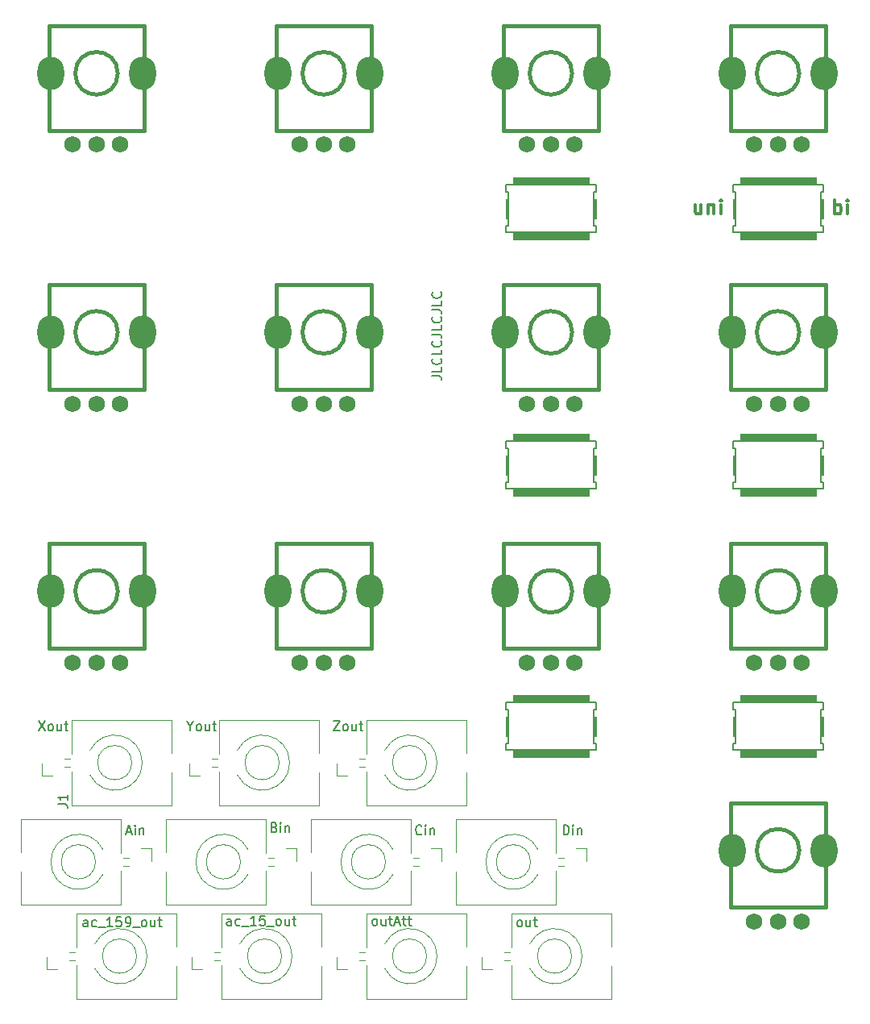
<source format=gto>
G04 #@! TF.GenerationSoftware,KiCad,Pcbnew,(6.0.0)*
G04 #@! TF.CreationDate,2022-02-23T18:40:55+01:00*
G04 #@! TF.ProjectId,ad633muliply,61643633-336d-4756-9c69-706c792e6b69,rev?*
G04 #@! TF.SameCoordinates,Original*
G04 #@! TF.FileFunction,Legend,Top*
G04 #@! TF.FilePolarity,Positive*
%FSLAX46Y46*%
G04 Gerber Fmt 4.6, Leading zero omitted, Abs format (unit mm)*
G04 Created by KiCad (PCBNEW (6.0.0)) date 2022-02-23 18:40:55*
%MOMM*%
%LPD*%
G01*
G04 APERTURE LIST*
%ADD10C,0.300000*%
%ADD11C,0.150000*%
%ADD12C,0.120000*%
%ADD13C,0.381000*%
%ADD14C,0.100000*%
%ADD15O,2.800000X3.500000*%
%ADD16C,1.750000*%
G04 APERTURE END LIST*
D10*
X163029428Y-90345571D02*
X163029428Y-88845571D01*
X163029428Y-89417000D02*
X163172285Y-89345571D01*
X163458000Y-89345571D01*
X163600857Y-89417000D01*
X163672285Y-89488428D01*
X163743714Y-89631285D01*
X163743714Y-90059857D01*
X163672285Y-90202714D01*
X163600857Y-90274142D01*
X163458000Y-90345571D01*
X163172285Y-90345571D01*
X163029428Y-90274142D01*
X164386571Y-90345571D02*
X164386571Y-89345571D01*
X164386571Y-88845571D02*
X164315142Y-88917000D01*
X164386571Y-88988428D01*
X164458000Y-88917000D01*
X164386571Y-88845571D01*
X164386571Y-88988428D01*
X149023714Y-89345571D02*
X149023714Y-90345571D01*
X148380857Y-89345571D02*
X148380857Y-90131285D01*
X148452285Y-90274142D01*
X148595142Y-90345571D01*
X148809428Y-90345571D01*
X148952285Y-90274142D01*
X149023714Y-90202714D01*
X149738000Y-89345571D02*
X149738000Y-90345571D01*
X149738000Y-89488428D02*
X149809428Y-89417000D01*
X149952285Y-89345571D01*
X150166571Y-89345571D01*
X150309428Y-89417000D01*
X150380857Y-89559857D01*
X150380857Y-90345571D01*
X151095142Y-90345571D02*
X151095142Y-89345571D01*
X151095142Y-88845571D02*
X151023714Y-88917000D01*
X151095142Y-88988428D01*
X151166571Y-88917000D01*
X151095142Y-88845571D01*
X151095142Y-88988428D01*
D11*
X120742380Y-107367095D02*
X121456666Y-107367095D01*
X121599523Y-107414714D01*
X121694761Y-107509952D01*
X121742380Y-107652809D01*
X121742380Y-107748047D01*
X121742380Y-106414714D02*
X121742380Y-106890904D01*
X120742380Y-106890904D01*
X121647142Y-105509952D02*
X121694761Y-105557571D01*
X121742380Y-105700428D01*
X121742380Y-105795666D01*
X121694761Y-105938523D01*
X121599523Y-106033761D01*
X121504285Y-106081380D01*
X121313809Y-106129000D01*
X121170952Y-106129000D01*
X120980476Y-106081380D01*
X120885238Y-106033761D01*
X120790000Y-105938523D01*
X120742380Y-105795666D01*
X120742380Y-105700428D01*
X120790000Y-105557571D01*
X120837619Y-105509952D01*
X121742380Y-104605190D02*
X121742380Y-105081380D01*
X120742380Y-105081380D01*
X121647142Y-103700428D02*
X121694761Y-103748047D01*
X121742380Y-103890904D01*
X121742380Y-103986142D01*
X121694761Y-104129000D01*
X121599523Y-104224238D01*
X121504285Y-104271857D01*
X121313809Y-104319476D01*
X121170952Y-104319476D01*
X120980476Y-104271857D01*
X120885238Y-104224238D01*
X120790000Y-104129000D01*
X120742380Y-103986142D01*
X120742380Y-103890904D01*
X120790000Y-103748047D01*
X120837619Y-103700428D01*
X120742380Y-102986142D02*
X121456666Y-102986142D01*
X121599523Y-103033761D01*
X121694761Y-103129000D01*
X121742380Y-103271857D01*
X121742380Y-103367095D01*
X121742380Y-102033761D02*
X121742380Y-102509952D01*
X120742380Y-102509952D01*
X121647142Y-101129000D02*
X121694761Y-101176619D01*
X121742380Y-101319476D01*
X121742380Y-101414714D01*
X121694761Y-101557571D01*
X121599523Y-101652809D01*
X121504285Y-101700428D01*
X121313809Y-101748047D01*
X121170952Y-101748047D01*
X120980476Y-101700428D01*
X120885238Y-101652809D01*
X120790000Y-101557571D01*
X120742380Y-101414714D01*
X120742380Y-101319476D01*
X120790000Y-101176619D01*
X120837619Y-101129000D01*
X120742380Y-100414714D02*
X121456666Y-100414714D01*
X121599523Y-100462333D01*
X121694761Y-100557571D01*
X121742380Y-100700428D01*
X121742380Y-100795666D01*
X121742380Y-99462333D02*
X121742380Y-99938523D01*
X120742380Y-99938523D01*
X121647142Y-98557571D02*
X121694761Y-98605190D01*
X121742380Y-98748047D01*
X121742380Y-98843285D01*
X121694761Y-98986142D01*
X121599523Y-99081380D01*
X121504285Y-99129000D01*
X121313809Y-99176619D01*
X121170952Y-99176619D01*
X120980476Y-99129000D01*
X120885238Y-99081380D01*
X120790000Y-98986142D01*
X120742380Y-98843285D01*
X120742380Y-98748047D01*
X120790000Y-98605190D01*
X120837619Y-98557571D01*
X88611428Y-155238666D02*
X89087619Y-155238666D01*
X88516190Y-155524380D02*
X88849523Y-154524380D01*
X89182857Y-155524380D01*
X89516190Y-155524380D02*
X89516190Y-154857714D01*
X89516190Y-154524380D02*
X89468571Y-154572000D01*
X89516190Y-154619619D01*
X89563809Y-154572000D01*
X89516190Y-154524380D01*
X89516190Y-154619619D01*
X89992380Y-154857714D02*
X89992380Y-155524380D01*
X89992380Y-154952952D02*
X90040000Y-154905333D01*
X90135238Y-154857714D01*
X90278095Y-154857714D01*
X90373333Y-154905333D01*
X90420952Y-155000571D01*
X90420952Y-155524380D01*
X119639047Y-155429142D02*
X119591428Y-155476761D01*
X119448571Y-155524380D01*
X119353333Y-155524380D01*
X119210476Y-155476761D01*
X119115238Y-155381523D01*
X119067619Y-155286285D01*
X119020000Y-155095809D01*
X119020000Y-154952952D01*
X119067619Y-154762476D01*
X119115238Y-154667238D01*
X119210476Y-154572000D01*
X119353333Y-154524380D01*
X119448571Y-154524380D01*
X119591428Y-154572000D01*
X119639047Y-154619619D01*
X120067619Y-155524380D02*
X120067619Y-154857714D01*
X120067619Y-154524380D02*
X120020000Y-154572000D01*
X120067619Y-154619619D01*
X120115238Y-154572000D01*
X120067619Y-154524380D01*
X120067619Y-154619619D01*
X120543809Y-154857714D02*
X120543809Y-155524380D01*
X120543809Y-154952952D02*
X120591428Y-154905333D01*
X120686666Y-154857714D01*
X120829523Y-154857714D01*
X120924761Y-154905333D01*
X120972380Y-155000571D01*
X120972380Y-155524380D01*
X134561619Y-155524380D02*
X134561619Y-154524380D01*
X134799714Y-154524380D01*
X134942571Y-154572000D01*
X135037809Y-154667238D01*
X135085428Y-154762476D01*
X135133047Y-154952952D01*
X135133047Y-155095809D01*
X135085428Y-155286285D01*
X135037809Y-155381523D01*
X134942571Y-155476761D01*
X134799714Y-155524380D01*
X134561619Y-155524380D01*
X135561619Y-155524380D02*
X135561619Y-154857714D01*
X135561619Y-154524380D02*
X135514000Y-154572000D01*
X135561619Y-154619619D01*
X135609238Y-154572000D01*
X135561619Y-154524380D01*
X135561619Y-154619619D01*
X136037809Y-154857714D02*
X136037809Y-155524380D01*
X136037809Y-154952952D02*
X136085428Y-154905333D01*
X136180666Y-154857714D01*
X136323523Y-154857714D01*
X136418761Y-154905333D01*
X136466380Y-155000571D01*
X136466380Y-155524380D01*
X129878476Y-165176380D02*
X129783238Y-165128761D01*
X129735619Y-165081142D01*
X129688000Y-164985904D01*
X129688000Y-164700190D01*
X129735619Y-164604952D01*
X129783238Y-164557333D01*
X129878476Y-164509714D01*
X130021333Y-164509714D01*
X130116571Y-164557333D01*
X130164190Y-164604952D01*
X130211809Y-164700190D01*
X130211809Y-164985904D01*
X130164190Y-165081142D01*
X130116571Y-165128761D01*
X130021333Y-165176380D01*
X129878476Y-165176380D01*
X131068952Y-164509714D02*
X131068952Y-165176380D01*
X130640380Y-164509714D02*
X130640380Y-165033523D01*
X130688000Y-165128761D01*
X130783238Y-165176380D01*
X130926095Y-165176380D01*
X131021333Y-165128761D01*
X131068952Y-165081142D01*
X131402285Y-164509714D02*
X131783238Y-164509714D01*
X131545142Y-164176380D02*
X131545142Y-165033523D01*
X131592761Y-165128761D01*
X131688000Y-165176380D01*
X131783238Y-165176380D01*
X114654476Y-165049380D02*
X114559238Y-165001761D01*
X114511619Y-164954142D01*
X114464000Y-164858904D01*
X114464000Y-164573190D01*
X114511619Y-164477952D01*
X114559238Y-164430333D01*
X114654476Y-164382714D01*
X114797333Y-164382714D01*
X114892571Y-164430333D01*
X114940190Y-164477952D01*
X114987809Y-164573190D01*
X114987809Y-164858904D01*
X114940190Y-164954142D01*
X114892571Y-165001761D01*
X114797333Y-165049380D01*
X114654476Y-165049380D01*
X115844952Y-164382714D02*
X115844952Y-165049380D01*
X115416380Y-164382714D02*
X115416380Y-164906523D01*
X115464000Y-165001761D01*
X115559238Y-165049380D01*
X115702095Y-165049380D01*
X115797333Y-165001761D01*
X115844952Y-164954142D01*
X116178285Y-164382714D02*
X116559238Y-164382714D01*
X116321142Y-164049380D02*
X116321142Y-164906523D01*
X116368761Y-165001761D01*
X116464000Y-165049380D01*
X116559238Y-165049380D01*
X116844952Y-164763666D02*
X117321142Y-164763666D01*
X116749714Y-165049380D02*
X117083047Y-164049380D01*
X117416380Y-165049380D01*
X117606857Y-164382714D02*
X117987809Y-164382714D01*
X117749714Y-164049380D02*
X117749714Y-164906523D01*
X117797333Y-165001761D01*
X117892571Y-165049380D01*
X117987809Y-165049380D01*
X118178285Y-164382714D02*
X118559238Y-164382714D01*
X118321142Y-164049380D02*
X118321142Y-164906523D01*
X118368761Y-165001761D01*
X118464000Y-165049380D01*
X118559238Y-165049380D01*
X104160952Y-154746571D02*
X104303809Y-154794190D01*
X104351428Y-154841809D01*
X104399047Y-154937047D01*
X104399047Y-155079904D01*
X104351428Y-155175142D01*
X104303809Y-155222761D01*
X104208571Y-155270380D01*
X103827619Y-155270380D01*
X103827619Y-154270380D01*
X104160952Y-154270380D01*
X104256190Y-154318000D01*
X104303809Y-154365619D01*
X104351428Y-154460857D01*
X104351428Y-154556095D01*
X104303809Y-154651333D01*
X104256190Y-154698952D01*
X104160952Y-154746571D01*
X103827619Y-154746571D01*
X104827619Y-155270380D02*
X104827619Y-154603714D01*
X104827619Y-154270380D02*
X104780000Y-154318000D01*
X104827619Y-154365619D01*
X104875238Y-154318000D01*
X104827619Y-154270380D01*
X104827619Y-154365619D01*
X105303809Y-154603714D02*
X105303809Y-155270380D01*
X105303809Y-154698952D02*
X105351428Y-154651333D01*
X105446666Y-154603714D01*
X105589523Y-154603714D01*
X105684761Y-154651333D01*
X105732380Y-154746571D01*
X105732380Y-155270380D01*
X84547761Y-165176380D02*
X84547761Y-164652571D01*
X84500142Y-164557333D01*
X84404904Y-164509714D01*
X84214428Y-164509714D01*
X84119190Y-164557333D01*
X84547761Y-165128761D02*
X84452523Y-165176380D01*
X84214428Y-165176380D01*
X84119190Y-165128761D01*
X84071571Y-165033523D01*
X84071571Y-164938285D01*
X84119190Y-164843047D01*
X84214428Y-164795428D01*
X84452523Y-164795428D01*
X84547761Y-164747809D01*
X85452523Y-165128761D02*
X85357285Y-165176380D01*
X85166809Y-165176380D01*
X85071571Y-165128761D01*
X85023952Y-165081142D01*
X84976333Y-164985904D01*
X84976333Y-164700190D01*
X85023952Y-164604952D01*
X85071571Y-164557333D01*
X85166809Y-164509714D01*
X85357285Y-164509714D01*
X85452523Y-164557333D01*
X85643000Y-165271619D02*
X86404904Y-165271619D01*
X87166809Y-165176380D02*
X86595380Y-165176380D01*
X86881095Y-165176380D02*
X86881095Y-164176380D01*
X86785857Y-164319238D01*
X86690619Y-164414476D01*
X86595380Y-164462095D01*
X88071571Y-164176380D02*
X87595380Y-164176380D01*
X87547761Y-164652571D01*
X87595380Y-164604952D01*
X87690619Y-164557333D01*
X87928714Y-164557333D01*
X88023952Y-164604952D01*
X88071571Y-164652571D01*
X88119190Y-164747809D01*
X88119190Y-164985904D01*
X88071571Y-165081142D01*
X88023952Y-165128761D01*
X87928714Y-165176380D01*
X87690619Y-165176380D01*
X87595380Y-165128761D01*
X87547761Y-165081142D01*
X88595380Y-165176380D02*
X88785857Y-165176380D01*
X88881095Y-165128761D01*
X88928714Y-165081142D01*
X89023952Y-164938285D01*
X89071571Y-164747809D01*
X89071571Y-164366857D01*
X89023952Y-164271619D01*
X88976333Y-164224000D01*
X88881095Y-164176380D01*
X88690619Y-164176380D01*
X88595380Y-164224000D01*
X88547761Y-164271619D01*
X88500142Y-164366857D01*
X88500142Y-164604952D01*
X88547761Y-164700190D01*
X88595380Y-164747809D01*
X88690619Y-164795428D01*
X88881095Y-164795428D01*
X88976333Y-164747809D01*
X89023952Y-164700190D01*
X89071571Y-164604952D01*
X89262047Y-165271619D02*
X90023952Y-165271619D01*
X90404904Y-165176380D02*
X90309666Y-165128761D01*
X90262047Y-165081142D01*
X90214428Y-164985904D01*
X90214428Y-164700190D01*
X90262047Y-164604952D01*
X90309666Y-164557333D01*
X90404904Y-164509714D01*
X90547761Y-164509714D01*
X90643000Y-164557333D01*
X90690619Y-164604952D01*
X90738238Y-164700190D01*
X90738238Y-164985904D01*
X90690619Y-165081142D01*
X90643000Y-165128761D01*
X90547761Y-165176380D01*
X90404904Y-165176380D01*
X91595380Y-164509714D02*
X91595380Y-165176380D01*
X91166809Y-164509714D02*
X91166809Y-165033523D01*
X91214428Y-165128761D01*
X91309666Y-165176380D01*
X91452523Y-165176380D01*
X91547761Y-165128761D01*
X91595380Y-165081142D01*
X91928714Y-164509714D02*
X92309666Y-164509714D01*
X92071571Y-164176380D02*
X92071571Y-165033523D01*
X92119190Y-165128761D01*
X92214428Y-165176380D01*
X92309666Y-165176380D01*
X95334523Y-144126190D02*
X95334523Y-144602380D01*
X95001190Y-143602380D02*
X95334523Y-144126190D01*
X95667857Y-143602380D01*
X96144047Y-144602380D02*
X96048809Y-144554761D01*
X96001190Y-144507142D01*
X95953571Y-144411904D01*
X95953571Y-144126190D01*
X96001190Y-144030952D01*
X96048809Y-143983333D01*
X96144047Y-143935714D01*
X96286904Y-143935714D01*
X96382142Y-143983333D01*
X96429761Y-144030952D01*
X96477380Y-144126190D01*
X96477380Y-144411904D01*
X96429761Y-144507142D01*
X96382142Y-144554761D01*
X96286904Y-144602380D01*
X96144047Y-144602380D01*
X97334523Y-143935714D02*
X97334523Y-144602380D01*
X96905952Y-143935714D02*
X96905952Y-144459523D01*
X96953571Y-144554761D01*
X97048809Y-144602380D01*
X97191666Y-144602380D01*
X97286904Y-144554761D01*
X97334523Y-144507142D01*
X97667857Y-143935714D02*
X98048809Y-143935714D01*
X97810714Y-143602380D02*
X97810714Y-144459523D01*
X97858333Y-144554761D01*
X97953571Y-144602380D01*
X98048809Y-144602380D01*
X110368190Y-143602380D02*
X111034857Y-143602380D01*
X110368190Y-144602380D01*
X111034857Y-144602380D01*
X111558666Y-144602380D02*
X111463428Y-144554761D01*
X111415809Y-144507142D01*
X111368190Y-144411904D01*
X111368190Y-144126190D01*
X111415809Y-144030952D01*
X111463428Y-143983333D01*
X111558666Y-143935714D01*
X111701523Y-143935714D01*
X111796761Y-143983333D01*
X111844380Y-144030952D01*
X111892000Y-144126190D01*
X111892000Y-144411904D01*
X111844380Y-144507142D01*
X111796761Y-144554761D01*
X111701523Y-144602380D01*
X111558666Y-144602380D01*
X112749142Y-143935714D02*
X112749142Y-144602380D01*
X112320571Y-143935714D02*
X112320571Y-144459523D01*
X112368190Y-144554761D01*
X112463428Y-144602380D01*
X112606285Y-144602380D01*
X112701523Y-144554761D01*
X112749142Y-144507142D01*
X113082476Y-143935714D02*
X113463428Y-143935714D01*
X113225333Y-143602380D02*
X113225333Y-144459523D01*
X113272952Y-144554761D01*
X113368190Y-144602380D01*
X113463428Y-144602380D01*
X81436380Y-152323333D02*
X82150666Y-152323333D01*
X82293523Y-152370952D01*
X82388761Y-152466190D01*
X82436380Y-152609047D01*
X82436380Y-152704285D01*
X82436380Y-151323333D02*
X82436380Y-151894761D01*
X82436380Y-151609047D02*
X81436380Y-151609047D01*
X81579238Y-151704285D01*
X81674476Y-151799523D01*
X81722095Y-151894761D01*
X79380190Y-143602380D02*
X80046857Y-144602380D01*
X80046857Y-143602380D02*
X79380190Y-144602380D01*
X80570666Y-144602380D02*
X80475428Y-144554761D01*
X80427809Y-144507142D01*
X80380190Y-144411904D01*
X80380190Y-144126190D01*
X80427809Y-144030952D01*
X80475428Y-143983333D01*
X80570666Y-143935714D01*
X80713523Y-143935714D01*
X80808761Y-143983333D01*
X80856380Y-144030952D01*
X80904000Y-144126190D01*
X80904000Y-144411904D01*
X80856380Y-144507142D01*
X80808761Y-144554761D01*
X80713523Y-144602380D01*
X80570666Y-144602380D01*
X81761142Y-143935714D02*
X81761142Y-144602380D01*
X81332571Y-143935714D02*
X81332571Y-144459523D01*
X81380190Y-144554761D01*
X81475428Y-144602380D01*
X81618285Y-144602380D01*
X81713523Y-144554761D01*
X81761142Y-144507142D01*
X82094476Y-143935714D02*
X82475428Y-143935714D01*
X82237333Y-143602380D02*
X82237333Y-144459523D01*
X82284952Y-144554761D01*
X82380190Y-144602380D01*
X82475428Y-144602380D01*
X99628952Y-165049380D02*
X99628952Y-164525571D01*
X99581333Y-164430333D01*
X99486095Y-164382714D01*
X99295619Y-164382714D01*
X99200380Y-164430333D01*
X99628952Y-165001761D02*
X99533714Y-165049380D01*
X99295619Y-165049380D01*
X99200380Y-165001761D01*
X99152761Y-164906523D01*
X99152761Y-164811285D01*
X99200380Y-164716047D01*
X99295619Y-164668428D01*
X99533714Y-164668428D01*
X99628952Y-164620809D01*
X100533714Y-165001761D02*
X100438476Y-165049380D01*
X100248000Y-165049380D01*
X100152761Y-165001761D01*
X100105142Y-164954142D01*
X100057523Y-164858904D01*
X100057523Y-164573190D01*
X100105142Y-164477952D01*
X100152761Y-164430333D01*
X100248000Y-164382714D01*
X100438476Y-164382714D01*
X100533714Y-164430333D01*
X100724190Y-165144619D02*
X101486095Y-165144619D01*
X102248000Y-165049380D02*
X101676571Y-165049380D01*
X101962285Y-165049380D02*
X101962285Y-164049380D01*
X101867047Y-164192238D01*
X101771809Y-164287476D01*
X101676571Y-164335095D01*
X103152761Y-164049380D02*
X102676571Y-164049380D01*
X102628952Y-164525571D01*
X102676571Y-164477952D01*
X102771809Y-164430333D01*
X103009904Y-164430333D01*
X103105142Y-164477952D01*
X103152761Y-164525571D01*
X103200380Y-164620809D01*
X103200380Y-164858904D01*
X103152761Y-164954142D01*
X103105142Y-165001761D01*
X103009904Y-165049380D01*
X102771809Y-165049380D01*
X102676571Y-165001761D01*
X102628952Y-164954142D01*
X103390857Y-165144619D02*
X104152761Y-165144619D01*
X104533714Y-165049380D02*
X104438476Y-165001761D01*
X104390857Y-164954142D01*
X104343238Y-164858904D01*
X104343238Y-164573190D01*
X104390857Y-164477952D01*
X104438476Y-164430333D01*
X104533714Y-164382714D01*
X104676571Y-164382714D01*
X104771809Y-164430333D01*
X104819428Y-164477952D01*
X104867047Y-164573190D01*
X104867047Y-164858904D01*
X104819428Y-164954142D01*
X104771809Y-165001761D01*
X104676571Y-165049380D01*
X104533714Y-165049380D01*
X105724190Y-164382714D02*
X105724190Y-165049380D01*
X105295619Y-164382714D02*
X105295619Y-164906523D01*
X105343238Y-165001761D01*
X105438476Y-165049380D01*
X105581333Y-165049380D01*
X105676571Y-165001761D01*
X105724190Y-164954142D01*
X106057523Y-164382714D02*
X106438476Y-164382714D01*
X106200380Y-164049380D02*
X106200380Y-164906523D01*
X106248000Y-165001761D01*
X106343238Y-165049380D01*
X106438476Y-165049380D01*
D12*
X88068000Y-153874000D02*
X77568000Y-153874000D01*
X88848000Y-157954000D02*
X88248000Y-157954000D01*
X88068000Y-157474000D02*
X88068000Y-153874000D01*
X88068000Y-162874000D02*
X88068000Y-159274000D01*
X88848000Y-158794000D02*
X88248000Y-158794000D01*
X77568000Y-157374000D02*
X77568000Y-153874000D01*
X91228000Y-156974000D02*
X90128000Y-156974000D01*
X91228000Y-156974000D02*
X91228000Y-158294000D01*
X77568000Y-162874000D02*
X77568000Y-159374000D01*
X88068000Y-162874000D02*
X77568000Y-162874000D01*
X80672999Y-158374000D02*
G75*
G03*
X86156577Y-159670263I2895001J0D01*
G01*
X86156576Y-157077737D02*
G75*
G03*
X80673000Y-158374000I-2588576J-1296263D01*
G01*
X85368000Y-158374000D02*
G75*
G03*
X85368000Y-158374000I-1800000J0D01*
G01*
X118548000Y-162874000D02*
X118548000Y-159274000D01*
X118548000Y-153874000D02*
X108048000Y-153874000D01*
X118548000Y-162874000D02*
X108048000Y-162874000D01*
X121708000Y-156974000D02*
X120608000Y-156974000D01*
X119328000Y-158794000D02*
X118728000Y-158794000D01*
X121708000Y-156974000D02*
X121708000Y-158294000D01*
X119328000Y-157954000D02*
X118728000Y-157954000D01*
X118548000Y-157474000D02*
X118548000Y-153874000D01*
X108048000Y-162874000D02*
X108048000Y-159374000D01*
X108048000Y-157374000D02*
X108048000Y-153874000D01*
X111152999Y-158374000D02*
G75*
G03*
X116636577Y-159670263I2895001J0D01*
G01*
X116636576Y-157077737D02*
G75*
G03*
X111153000Y-158374000I-2588576J-1296263D01*
G01*
X115848000Y-158374000D02*
G75*
G03*
X115848000Y-158374000I-1800000J0D01*
G01*
D13*
X80476000Y-108769166D02*
X80476000Y-102769166D01*
X80476000Y-102769166D02*
X80476000Y-97769166D01*
X90476000Y-97769166D02*
X90476000Y-108769166D01*
X90476000Y-108769166D02*
X80476000Y-108769166D01*
X80476000Y-97769166D02*
X90476000Y-97769166D01*
X87712068Y-102769166D02*
G75*
G03*
X87712068Y-102769166I-2236068J0D01*
G01*
X90476000Y-135968332D02*
X80476000Y-135968332D01*
X80476000Y-124968332D02*
X90476000Y-124968332D01*
X80476000Y-135968332D02*
X80476000Y-129968332D01*
X90476000Y-124968332D02*
X90476000Y-135968332D01*
X80476000Y-129968332D02*
X80476000Y-124968332D01*
X87712068Y-129968332D02*
G75*
G03*
X87712068Y-129968332I-2236068J0D01*
G01*
X104352000Y-102769166D02*
X104352000Y-97769166D01*
X104352000Y-108769166D02*
X104352000Y-102769166D01*
X104352000Y-97769166D02*
X114352000Y-97769166D01*
X114352000Y-108769166D02*
X104352000Y-108769166D01*
X114352000Y-97769166D02*
X114352000Y-108769166D01*
X111588068Y-102769166D02*
G75*
G03*
X111588068Y-102769166I-2236068J0D01*
G01*
X114352000Y-124968332D02*
X114352000Y-135968332D01*
X114352000Y-135968332D02*
X104352000Y-135968332D01*
X104352000Y-124968332D02*
X114352000Y-124968332D01*
X104352000Y-135968332D02*
X104352000Y-129968332D01*
X104352000Y-129968332D02*
X104352000Y-124968332D01*
X111588068Y-129968332D02*
G75*
G03*
X111588068Y-129968332I-2236068J0D01*
G01*
X128228000Y-102769166D02*
X128228000Y-97769166D01*
X128228000Y-108769166D02*
X128228000Y-102769166D01*
X138228000Y-108769166D02*
X128228000Y-108769166D01*
X128228000Y-97769166D02*
X138228000Y-97769166D01*
X138228000Y-97769166D02*
X138228000Y-108769166D01*
X135464068Y-102769166D02*
G75*
G03*
X135464068Y-102769166I-2236068J0D01*
G01*
X128228000Y-124968332D02*
X138228000Y-124968332D01*
X128228000Y-135968332D02*
X128228000Y-129968332D01*
X138228000Y-135968332D02*
X128228000Y-135968332D01*
X138228000Y-124968332D02*
X138228000Y-135968332D01*
X128228000Y-129968332D02*
X128228000Y-124968332D01*
X135464068Y-129968332D02*
G75*
G03*
X135464068Y-129968332I-2236068J0D01*
G01*
X152104000Y-81570000D02*
X152104000Y-75570000D01*
X162104000Y-81570000D02*
X152104000Y-81570000D01*
X162104000Y-70570000D02*
X162104000Y-81570000D01*
X152104000Y-75570000D02*
X152104000Y-70570000D01*
X152104000Y-70570000D02*
X162104000Y-70570000D01*
X159340068Y-75570000D02*
G75*
G03*
X159340068Y-75570000I-2236068J0D01*
G01*
X152104000Y-108769166D02*
X152104000Y-102769166D01*
X162104000Y-108769166D02*
X152104000Y-108769166D01*
X162104000Y-97769166D02*
X162104000Y-108769166D01*
X152104000Y-102769166D02*
X152104000Y-97769166D01*
X152104000Y-97769166D02*
X162104000Y-97769166D01*
X159340068Y-102769166D02*
G75*
G03*
X159340068Y-102769166I-2236068J0D01*
G01*
X162104000Y-135968332D02*
X152104000Y-135968332D01*
X152104000Y-129968332D02*
X152104000Y-124968332D01*
X152104000Y-124968332D02*
X162104000Y-124968332D01*
X152104000Y-135968332D02*
X152104000Y-129968332D01*
X162104000Y-124968332D02*
X162104000Y-135968332D01*
X159340068Y-129968332D02*
G75*
G03*
X159340068Y-129968332I-2236068J0D01*
G01*
D12*
X134568000Y-158794000D02*
X133968000Y-158794000D01*
X133788000Y-157474000D02*
X133788000Y-153874000D01*
X133788000Y-153874000D02*
X123288000Y-153874000D01*
X133788000Y-162874000D02*
X133788000Y-159274000D01*
X123288000Y-162874000D02*
X123288000Y-159374000D01*
X136948000Y-156974000D02*
X136948000Y-158294000D01*
X136948000Y-156974000D02*
X135848000Y-156974000D01*
X123288000Y-157374000D02*
X123288000Y-153874000D01*
X133788000Y-162874000D02*
X123288000Y-162874000D01*
X134568000Y-157954000D02*
X133968000Y-157954000D01*
X131876576Y-157077737D02*
G75*
G03*
X126393000Y-158374000I-2588576J-1296263D01*
G01*
X126392999Y-158374000D02*
G75*
G03*
X131876577Y-159670263I2895001J0D01*
G01*
X131088000Y-158374000D02*
G75*
G03*
X131088000Y-158374000I-1800000J0D01*
G01*
X125952000Y-169680000D02*
X125952000Y-168360000D01*
X129112000Y-163780000D02*
X129112000Y-167380000D01*
X128332000Y-167860000D02*
X128932000Y-167860000D01*
X125952000Y-169680000D02*
X127052000Y-169680000D01*
X128332000Y-168700000D02*
X128932000Y-168700000D01*
X129112000Y-163780000D02*
X139612000Y-163780000D01*
X129112000Y-169180000D02*
X129112000Y-172780000D01*
X129112000Y-172780000D02*
X139612000Y-172780000D01*
X139612000Y-169280000D02*
X139612000Y-172780000D01*
X139612000Y-163780000D02*
X139612000Y-167280000D01*
X131023424Y-169576263D02*
G75*
G03*
X136507000Y-168280000I2588576J1296263D01*
G01*
X136507001Y-168280000D02*
G75*
G03*
X131023423Y-166983737I-2895001J0D01*
G01*
X135412000Y-168280000D02*
G75*
G03*
X135412000Y-168280000I-1800000J0D01*
G01*
X124372000Y-163780000D02*
X124372000Y-167280000D01*
X113872000Y-172780000D02*
X124372000Y-172780000D01*
X113872000Y-163780000D02*
X124372000Y-163780000D01*
X110712000Y-169680000D02*
X111812000Y-169680000D01*
X110712000Y-169680000D02*
X110712000Y-168360000D01*
X113872000Y-169180000D02*
X113872000Y-172780000D01*
X113872000Y-163780000D02*
X113872000Y-167380000D01*
X113092000Y-167860000D02*
X113692000Y-167860000D01*
X113092000Y-168700000D02*
X113692000Y-168700000D01*
X124372000Y-169280000D02*
X124372000Y-172780000D01*
X121267001Y-168280000D02*
G75*
G03*
X115783423Y-166983737I-2895001J0D01*
G01*
X115783424Y-169576263D02*
G75*
G03*
X121267000Y-168280000I2588576J1296263D01*
G01*
X120172000Y-168280000D02*
G75*
G03*
X120172000Y-168280000I-1800000J0D01*
G01*
X106468000Y-156974000D02*
X105368000Y-156974000D01*
X92808000Y-162874000D02*
X92808000Y-159374000D01*
X106468000Y-156974000D02*
X106468000Y-158294000D01*
X103308000Y-153874000D02*
X92808000Y-153874000D01*
X92808000Y-157374000D02*
X92808000Y-153874000D01*
X104088000Y-158794000D02*
X103488000Y-158794000D01*
X103308000Y-162874000D02*
X92808000Y-162874000D01*
X103308000Y-162874000D02*
X103308000Y-159274000D01*
X103308000Y-157474000D02*
X103308000Y-153874000D01*
X104088000Y-157954000D02*
X103488000Y-157954000D01*
X101396576Y-157077737D02*
G75*
G03*
X95913000Y-158374000I-2588576J-1296263D01*
G01*
X95912999Y-158374000D02*
G75*
G03*
X101396577Y-159670263I2895001J0D01*
G01*
X100608000Y-158374000D02*
G75*
G03*
X100608000Y-158374000I-1800000J0D01*
G01*
D13*
X162104000Y-163165000D02*
X152104000Y-163165000D01*
X162104000Y-152165000D02*
X162104000Y-163165000D01*
X152104000Y-152165000D02*
X162104000Y-152165000D01*
X152104000Y-163165000D02*
X152104000Y-157165000D01*
X152104000Y-157165000D02*
X152104000Y-152165000D01*
X159340068Y-157165000D02*
G75*
G03*
X159340068Y-157165000I-2236068J0D01*
G01*
X138228000Y-81570000D02*
X128228000Y-81570000D01*
X138228000Y-70570000D02*
X138228000Y-81570000D01*
X128228000Y-70570000D02*
X138228000Y-70570000D01*
X128228000Y-75570000D02*
X128228000Y-70570000D01*
X128228000Y-81570000D02*
X128228000Y-75570000D01*
X135464068Y-75570000D02*
G75*
G03*
X135464068Y-75570000I-2236068J0D01*
G01*
X80476000Y-81570000D02*
X80476000Y-75570000D01*
X90476000Y-81570000D02*
X80476000Y-81570000D01*
X80476000Y-70570000D02*
X90476000Y-70570000D01*
X90476000Y-70570000D02*
X90476000Y-81570000D01*
X80476000Y-75570000D02*
X80476000Y-70570000D01*
X87712068Y-75570000D02*
G75*
G03*
X87712068Y-75570000I-2236068J0D01*
G01*
X114352000Y-70570000D02*
X114352000Y-81570000D01*
X104352000Y-81570000D02*
X104352000Y-75570000D01*
X104352000Y-75570000D02*
X104352000Y-70570000D01*
X114352000Y-81570000D02*
X104352000Y-81570000D01*
X104352000Y-70570000D02*
X114352000Y-70570000D01*
X111588068Y-75570000D02*
G75*
G03*
X111588068Y-75570000I-2236068J0D01*
G01*
D12*
X93892000Y-169280000D02*
X93892000Y-172780000D01*
X80232000Y-169680000D02*
X80232000Y-168360000D01*
X93892000Y-163780000D02*
X93892000Y-167280000D01*
X83392000Y-163780000D02*
X93892000Y-163780000D01*
X82612000Y-167860000D02*
X83212000Y-167860000D01*
X83392000Y-169180000D02*
X83392000Y-172780000D01*
X82612000Y-168700000D02*
X83212000Y-168700000D01*
X80232000Y-169680000D02*
X81332000Y-169680000D01*
X83392000Y-163780000D02*
X83392000Y-167380000D01*
X83392000Y-172780000D02*
X93892000Y-172780000D01*
X85303424Y-169576263D02*
G75*
G03*
X90787000Y-168280000I2588576J1296263D01*
G01*
X90787001Y-168280000D02*
G75*
G03*
X85303423Y-166983737I-2895001J0D01*
G01*
X89692000Y-168280000D02*
G75*
G03*
X89692000Y-168280000I-1800000J0D01*
G01*
D11*
X137728000Y-88044000D02*
X137978000Y-88044000D01*
X128728000Y-91544000D02*
X128728000Y-88044000D01*
X137978000Y-91544000D02*
X137728000Y-91544000D01*
X128478000Y-88044000D02*
X128478000Y-87294000D01*
X137728000Y-88294000D02*
X137728000Y-88044000D01*
X128478000Y-91544000D02*
X128728000Y-91544000D01*
X137978000Y-92294000D02*
X137978000Y-91544000D01*
X128478000Y-92294000D02*
X128478000Y-91544000D01*
X137978000Y-87294000D02*
X128478000Y-87294000D01*
X128478000Y-92294000D02*
X137978000Y-92294000D01*
X128728000Y-88044000D02*
X128478000Y-88044000D01*
X137728000Y-91544000D02*
X137728000Y-90794000D01*
X137728000Y-90794000D02*
X137728000Y-88294000D01*
X137978000Y-88044000D02*
X137978000Y-87294000D01*
D14*
X137978000Y-90794000D02*
X137728000Y-90794000D01*
X137728000Y-90794000D02*
X137728000Y-88794000D01*
X137728000Y-88794000D02*
X137978000Y-88794000D01*
X137978000Y-88794000D02*
X137978000Y-90794000D01*
G36*
X137978000Y-90794000D02*
G01*
X137728000Y-90794000D01*
X137728000Y-88794000D01*
X137978000Y-88794000D01*
X137978000Y-90794000D01*
G37*
X137978000Y-90794000D02*
X137728000Y-90794000D01*
X137728000Y-88794000D01*
X137978000Y-88794000D01*
X137978000Y-90794000D01*
X137228000Y-87294000D02*
X129228000Y-87294000D01*
X129228000Y-87294000D02*
X129228000Y-86544000D01*
X129228000Y-86544000D02*
X137228000Y-86544000D01*
X137228000Y-86544000D02*
X137228000Y-87294000D01*
G36*
X137228000Y-87294000D02*
G01*
X129228000Y-87294000D01*
X129228000Y-86544000D01*
X137228000Y-86544000D01*
X137228000Y-87294000D01*
G37*
X137228000Y-87294000D02*
X129228000Y-87294000D01*
X129228000Y-86544000D01*
X137228000Y-86544000D01*
X137228000Y-87294000D01*
X128728000Y-90794000D02*
X128478000Y-90794000D01*
X128478000Y-90794000D02*
X128478000Y-88794000D01*
X128478000Y-88794000D02*
X128728000Y-88794000D01*
X128728000Y-88794000D02*
X128728000Y-90794000D01*
G36*
X128728000Y-90794000D02*
G01*
X128478000Y-90794000D01*
X128478000Y-88794000D01*
X128728000Y-88794000D01*
X128728000Y-90794000D01*
G37*
X128728000Y-90794000D02*
X128478000Y-90794000D01*
X128478000Y-88794000D01*
X128728000Y-88794000D01*
X128728000Y-90794000D01*
X137228000Y-93044000D02*
X129228000Y-93044000D01*
X129228000Y-93044000D02*
X129228000Y-92294000D01*
X129228000Y-92294000D02*
X137228000Y-92294000D01*
X137228000Y-92294000D02*
X137228000Y-93044000D01*
G36*
X137228000Y-93044000D02*
G01*
X129228000Y-93044000D01*
X129228000Y-92294000D01*
X137228000Y-92294000D01*
X137228000Y-93044000D01*
G37*
X137228000Y-93044000D02*
X129228000Y-93044000D01*
X129228000Y-92294000D01*
X137228000Y-92294000D01*
X137228000Y-93044000D01*
D11*
X137728000Y-118468000D02*
X137728000Y-117718000D01*
X128478000Y-119218000D02*
X137978000Y-119218000D01*
X128478000Y-119218000D02*
X128478000Y-118468000D01*
X137978000Y-114218000D02*
X128478000Y-114218000D01*
X137728000Y-114968000D02*
X137978000Y-114968000D01*
X128478000Y-118468000D02*
X128728000Y-118468000D01*
X137978000Y-119218000D02*
X137978000Y-118468000D01*
X128728000Y-118468000D02*
X128728000Y-114968000D01*
X128728000Y-114968000D02*
X128478000Y-114968000D01*
X128478000Y-114968000D02*
X128478000Y-114218000D01*
X137728000Y-115218000D02*
X137728000Y-114968000D01*
X137978000Y-118468000D02*
X137728000Y-118468000D01*
X137978000Y-114968000D02*
X137978000Y-114218000D01*
X137728000Y-117718000D02*
X137728000Y-115218000D01*
D14*
X137978000Y-117718000D02*
X137728000Y-117718000D01*
X137728000Y-117718000D02*
X137728000Y-115718000D01*
X137728000Y-115718000D02*
X137978000Y-115718000D01*
X137978000Y-115718000D02*
X137978000Y-117718000D01*
G36*
X137978000Y-117718000D02*
G01*
X137728000Y-117718000D01*
X137728000Y-115718000D01*
X137978000Y-115718000D01*
X137978000Y-117718000D01*
G37*
X137978000Y-117718000D02*
X137728000Y-117718000D01*
X137728000Y-115718000D01*
X137978000Y-115718000D01*
X137978000Y-117718000D01*
X128728000Y-117718000D02*
X128478000Y-117718000D01*
X128478000Y-117718000D02*
X128478000Y-115718000D01*
X128478000Y-115718000D02*
X128728000Y-115718000D01*
X128728000Y-115718000D02*
X128728000Y-117718000D01*
G36*
X128728000Y-117718000D02*
G01*
X128478000Y-117718000D01*
X128478000Y-115718000D01*
X128728000Y-115718000D01*
X128728000Y-117718000D01*
G37*
X128728000Y-117718000D02*
X128478000Y-117718000D01*
X128478000Y-115718000D01*
X128728000Y-115718000D01*
X128728000Y-117718000D01*
X137228000Y-114218000D02*
X129228000Y-114218000D01*
X129228000Y-114218000D02*
X129228000Y-113468000D01*
X129228000Y-113468000D02*
X137228000Y-113468000D01*
X137228000Y-113468000D02*
X137228000Y-114218000D01*
G36*
X137228000Y-114218000D02*
G01*
X129228000Y-114218000D01*
X129228000Y-113468000D01*
X137228000Y-113468000D01*
X137228000Y-114218000D01*
G37*
X137228000Y-114218000D02*
X129228000Y-114218000D01*
X129228000Y-113468000D01*
X137228000Y-113468000D01*
X137228000Y-114218000D01*
X137228000Y-119968000D02*
X129228000Y-119968000D01*
X129228000Y-119968000D02*
X129228000Y-119218000D01*
X129228000Y-119218000D02*
X137228000Y-119218000D01*
X137228000Y-119218000D02*
X137228000Y-119968000D01*
G36*
X137228000Y-119968000D02*
G01*
X129228000Y-119968000D01*
X129228000Y-119218000D01*
X137228000Y-119218000D01*
X137228000Y-119968000D01*
G37*
X137228000Y-119968000D02*
X129228000Y-119968000D01*
X129228000Y-119218000D01*
X137228000Y-119218000D01*
X137228000Y-119968000D01*
D11*
X137728000Y-145150000D02*
X137728000Y-142650000D01*
X128478000Y-142400000D02*
X128478000Y-141650000D01*
X137728000Y-145900000D02*
X137728000Y-145150000D01*
X137978000Y-145900000D02*
X137728000Y-145900000D01*
X128728000Y-142400000D02*
X128478000Y-142400000D01*
X137728000Y-142400000D02*
X137978000Y-142400000D01*
X128478000Y-145900000D02*
X128728000Y-145900000D01*
X128728000Y-145900000D02*
X128728000Y-142400000D01*
X128478000Y-146650000D02*
X128478000Y-145900000D01*
X137978000Y-142400000D02*
X137978000Y-141650000D01*
X137728000Y-142650000D02*
X137728000Y-142400000D01*
X137978000Y-141650000D02*
X128478000Y-141650000D01*
X137978000Y-146650000D02*
X137978000Y-145900000D01*
X128478000Y-146650000D02*
X137978000Y-146650000D01*
D14*
X137228000Y-147400000D02*
X129228000Y-147400000D01*
X129228000Y-147400000D02*
X129228000Y-146650000D01*
X129228000Y-146650000D02*
X137228000Y-146650000D01*
X137228000Y-146650000D02*
X137228000Y-147400000D01*
G36*
X137228000Y-147400000D02*
G01*
X129228000Y-147400000D01*
X129228000Y-146650000D01*
X137228000Y-146650000D01*
X137228000Y-147400000D01*
G37*
X137228000Y-147400000D02*
X129228000Y-147400000D01*
X129228000Y-146650000D01*
X137228000Y-146650000D01*
X137228000Y-147400000D01*
X137978000Y-145150000D02*
X137728000Y-145150000D01*
X137728000Y-145150000D02*
X137728000Y-143150000D01*
X137728000Y-143150000D02*
X137978000Y-143150000D01*
X137978000Y-143150000D02*
X137978000Y-145150000D01*
G36*
X137978000Y-145150000D02*
G01*
X137728000Y-145150000D01*
X137728000Y-143150000D01*
X137978000Y-143150000D01*
X137978000Y-145150000D01*
G37*
X137978000Y-145150000D02*
X137728000Y-145150000D01*
X137728000Y-143150000D01*
X137978000Y-143150000D01*
X137978000Y-145150000D01*
X128728000Y-145150000D02*
X128478000Y-145150000D01*
X128478000Y-145150000D02*
X128478000Y-143150000D01*
X128478000Y-143150000D02*
X128728000Y-143150000D01*
X128728000Y-143150000D02*
X128728000Y-145150000D01*
G36*
X128728000Y-145150000D02*
G01*
X128478000Y-145150000D01*
X128478000Y-143150000D01*
X128728000Y-143150000D01*
X128728000Y-145150000D01*
G37*
X128728000Y-145150000D02*
X128478000Y-145150000D01*
X128478000Y-143150000D01*
X128728000Y-143150000D01*
X128728000Y-145150000D01*
X137228000Y-141650000D02*
X129228000Y-141650000D01*
X129228000Y-141650000D02*
X129228000Y-140900000D01*
X129228000Y-140900000D02*
X137228000Y-140900000D01*
X137228000Y-140900000D02*
X137228000Y-141650000D01*
G36*
X137228000Y-141650000D02*
G01*
X129228000Y-141650000D01*
X129228000Y-140900000D01*
X137228000Y-140900000D01*
X137228000Y-141650000D01*
G37*
X137228000Y-141650000D02*
X129228000Y-141650000D01*
X129228000Y-140900000D01*
X137228000Y-140900000D01*
X137228000Y-141650000D01*
D11*
X152354000Y-91544000D02*
X152604000Y-91544000D01*
X161854000Y-91544000D02*
X161604000Y-91544000D01*
X161604000Y-88294000D02*
X161604000Y-88044000D01*
X161604000Y-88044000D02*
X161854000Y-88044000D01*
X161854000Y-88044000D02*
X161854000Y-87294000D01*
X152354000Y-88044000D02*
X152354000Y-87294000D01*
X161854000Y-92294000D02*
X161854000Y-91544000D01*
X152354000Y-92294000D02*
X152354000Y-91544000D01*
X161604000Y-91544000D02*
X161604000Y-90794000D01*
X152604000Y-91544000D02*
X152604000Y-88044000D01*
X161854000Y-87294000D02*
X152354000Y-87294000D01*
X152604000Y-88044000D02*
X152354000Y-88044000D01*
X161604000Y-90794000D02*
X161604000Y-88294000D01*
X152354000Y-92294000D02*
X161854000Y-92294000D01*
D14*
X161854000Y-90794000D02*
X161604000Y-90794000D01*
X161604000Y-90794000D02*
X161604000Y-88794000D01*
X161604000Y-88794000D02*
X161854000Y-88794000D01*
X161854000Y-88794000D02*
X161854000Y-90794000D01*
G36*
X161854000Y-90794000D02*
G01*
X161604000Y-90794000D01*
X161604000Y-88794000D01*
X161854000Y-88794000D01*
X161854000Y-90794000D01*
G37*
X161854000Y-90794000D02*
X161604000Y-90794000D01*
X161604000Y-88794000D01*
X161854000Y-88794000D01*
X161854000Y-90794000D01*
X152604000Y-90794000D02*
X152354000Y-90794000D01*
X152354000Y-90794000D02*
X152354000Y-88794000D01*
X152354000Y-88794000D02*
X152604000Y-88794000D01*
X152604000Y-88794000D02*
X152604000Y-90794000D01*
G36*
X152604000Y-90794000D02*
G01*
X152354000Y-90794000D01*
X152354000Y-88794000D01*
X152604000Y-88794000D01*
X152604000Y-90794000D01*
G37*
X152604000Y-90794000D02*
X152354000Y-90794000D01*
X152354000Y-88794000D01*
X152604000Y-88794000D01*
X152604000Y-90794000D01*
X161104000Y-87294000D02*
X153104000Y-87294000D01*
X153104000Y-87294000D02*
X153104000Y-86544000D01*
X153104000Y-86544000D02*
X161104000Y-86544000D01*
X161104000Y-86544000D02*
X161104000Y-87294000D01*
G36*
X161104000Y-87294000D02*
G01*
X153104000Y-87294000D01*
X153104000Y-86544000D01*
X161104000Y-86544000D01*
X161104000Y-87294000D01*
G37*
X161104000Y-87294000D02*
X153104000Y-87294000D01*
X153104000Y-86544000D01*
X161104000Y-86544000D01*
X161104000Y-87294000D01*
X161104000Y-93044000D02*
X153104000Y-93044000D01*
X153104000Y-93044000D02*
X153104000Y-92294000D01*
X153104000Y-92294000D02*
X161104000Y-92294000D01*
X161104000Y-92294000D02*
X161104000Y-93044000D01*
G36*
X161104000Y-93044000D02*
G01*
X153104000Y-93044000D01*
X153104000Y-92294000D01*
X161104000Y-92294000D01*
X161104000Y-93044000D01*
G37*
X161104000Y-93044000D02*
X153104000Y-93044000D01*
X153104000Y-92294000D01*
X161104000Y-92294000D01*
X161104000Y-93044000D01*
D11*
X152354000Y-119218000D02*
X152354000Y-118468000D01*
X152354000Y-118468000D02*
X152604000Y-118468000D01*
X161854000Y-114218000D02*
X152354000Y-114218000D01*
X161604000Y-115218000D02*
X161604000Y-114968000D01*
X152354000Y-119218000D02*
X161854000Y-119218000D01*
X161854000Y-118468000D02*
X161604000Y-118468000D01*
X161604000Y-114968000D02*
X161854000Y-114968000D01*
X152354000Y-114968000D02*
X152354000Y-114218000D01*
X161854000Y-114968000D02*
X161854000Y-114218000D01*
X161604000Y-117718000D02*
X161604000Y-115218000D01*
X152604000Y-118468000D02*
X152604000Y-114968000D01*
X161854000Y-119218000D02*
X161854000Y-118468000D01*
X161604000Y-118468000D02*
X161604000Y-117718000D01*
X152604000Y-114968000D02*
X152354000Y-114968000D01*
D14*
X161104000Y-119968000D02*
X153104000Y-119968000D01*
X153104000Y-119968000D02*
X153104000Y-119218000D01*
X153104000Y-119218000D02*
X161104000Y-119218000D01*
X161104000Y-119218000D02*
X161104000Y-119968000D01*
G36*
X161104000Y-119968000D02*
G01*
X153104000Y-119968000D01*
X153104000Y-119218000D01*
X161104000Y-119218000D01*
X161104000Y-119968000D01*
G37*
X161104000Y-119968000D02*
X153104000Y-119968000D01*
X153104000Y-119218000D01*
X161104000Y-119218000D01*
X161104000Y-119968000D01*
X152604000Y-117718000D02*
X152354000Y-117718000D01*
X152354000Y-117718000D02*
X152354000Y-115718000D01*
X152354000Y-115718000D02*
X152604000Y-115718000D01*
X152604000Y-115718000D02*
X152604000Y-117718000D01*
G36*
X152604000Y-117718000D02*
G01*
X152354000Y-117718000D01*
X152354000Y-115718000D01*
X152604000Y-115718000D01*
X152604000Y-117718000D01*
G37*
X152604000Y-117718000D02*
X152354000Y-117718000D01*
X152354000Y-115718000D01*
X152604000Y-115718000D01*
X152604000Y-117718000D01*
X161854000Y-117718000D02*
X161604000Y-117718000D01*
X161604000Y-117718000D02*
X161604000Y-115718000D01*
X161604000Y-115718000D02*
X161854000Y-115718000D01*
X161854000Y-115718000D02*
X161854000Y-117718000D01*
G36*
X161854000Y-117718000D02*
G01*
X161604000Y-117718000D01*
X161604000Y-115718000D01*
X161854000Y-115718000D01*
X161854000Y-117718000D01*
G37*
X161854000Y-117718000D02*
X161604000Y-117718000D01*
X161604000Y-115718000D01*
X161854000Y-115718000D01*
X161854000Y-117718000D01*
X161104000Y-114218000D02*
X153104000Y-114218000D01*
X153104000Y-114218000D02*
X153104000Y-113468000D01*
X153104000Y-113468000D02*
X161104000Y-113468000D01*
X161104000Y-113468000D02*
X161104000Y-114218000D01*
G36*
X161104000Y-114218000D02*
G01*
X153104000Y-114218000D01*
X153104000Y-113468000D01*
X161104000Y-113468000D01*
X161104000Y-114218000D01*
G37*
X161104000Y-114218000D02*
X153104000Y-114218000D01*
X153104000Y-113468000D01*
X161104000Y-113468000D01*
X161104000Y-114218000D01*
D11*
X161604000Y-142400000D02*
X161854000Y-142400000D01*
X161854000Y-141650000D02*
X152354000Y-141650000D01*
X161604000Y-145900000D02*
X161604000Y-145150000D01*
X161854000Y-145900000D02*
X161604000Y-145900000D01*
X161604000Y-142650000D02*
X161604000Y-142400000D01*
X152354000Y-142400000D02*
X152354000Y-141650000D01*
X161854000Y-142400000D02*
X161854000Y-141650000D01*
X152354000Y-146650000D02*
X152354000Y-145900000D01*
X161854000Y-146650000D02*
X161854000Y-145900000D01*
X161604000Y-145150000D02*
X161604000Y-142650000D01*
X152354000Y-146650000D02*
X161854000Y-146650000D01*
X152354000Y-145900000D02*
X152604000Y-145900000D01*
X152604000Y-142400000D02*
X152354000Y-142400000D01*
X152604000Y-145900000D02*
X152604000Y-142400000D01*
D14*
X152604000Y-145150000D02*
X152354000Y-145150000D01*
X152354000Y-145150000D02*
X152354000Y-143150000D01*
X152354000Y-143150000D02*
X152604000Y-143150000D01*
X152604000Y-143150000D02*
X152604000Y-145150000D01*
G36*
X152604000Y-145150000D02*
G01*
X152354000Y-145150000D01*
X152354000Y-143150000D01*
X152604000Y-143150000D01*
X152604000Y-145150000D01*
G37*
X152604000Y-145150000D02*
X152354000Y-145150000D01*
X152354000Y-143150000D01*
X152604000Y-143150000D01*
X152604000Y-145150000D01*
X161104000Y-147400000D02*
X153104000Y-147400000D01*
X153104000Y-147400000D02*
X153104000Y-146650000D01*
X153104000Y-146650000D02*
X161104000Y-146650000D01*
X161104000Y-146650000D02*
X161104000Y-147400000D01*
G36*
X161104000Y-147400000D02*
G01*
X153104000Y-147400000D01*
X153104000Y-146650000D01*
X161104000Y-146650000D01*
X161104000Y-147400000D01*
G37*
X161104000Y-147400000D02*
X153104000Y-147400000D01*
X153104000Y-146650000D01*
X161104000Y-146650000D01*
X161104000Y-147400000D01*
X161854000Y-145150000D02*
X161604000Y-145150000D01*
X161604000Y-145150000D02*
X161604000Y-143150000D01*
X161604000Y-143150000D02*
X161854000Y-143150000D01*
X161854000Y-143150000D02*
X161854000Y-145150000D01*
G36*
X161854000Y-145150000D02*
G01*
X161604000Y-145150000D01*
X161604000Y-143150000D01*
X161854000Y-143150000D01*
X161854000Y-145150000D01*
G37*
X161854000Y-145150000D02*
X161604000Y-145150000D01*
X161604000Y-143150000D01*
X161854000Y-143150000D01*
X161854000Y-145150000D01*
X161104000Y-141650000D02*
X153104000Y-141650000D01*
X153104000Y-141650000D02*
X153104000Y-140900000D01*
X153104000Y-140900000D02*
X161104000Y-140900000D01*
X161104000Y-140900000D02*
X161104000Y-141650000D01*
G36*
X161104000Y-141650000D02*
G01*
X153104000Y-141650000D01*
X153104000Y-140900000D01*
X161104000Y-140900000D01*
X161104000Y-141650000D01*
G37*
X161104000Y-141650000D02*
X153104000Y-141650000D01*
X153104000Y-140900000D01*
X161104000Y-140900000D01*
X161104000Y-141650000D01*
D12*
X97598000Y-148380000D02*
X98198000Y-148380000D01*
X98378000Y-143460000D02*
X108878000Y-143460000D01*
X97598000Y-147540000D02*
X98198000Y-147540000D01*
X108878000Y-143460000D02*
X108878000Y-146960000D01*
X108878000Y-148960000D02*
X108878000Y-152460000D01*
X98378000Y-143460000D02*
X98378000Y-147060000D01*
X95218000Y-149360000D02*
X96318000Y-149360000D01*
X98378000Y-152460000D02*
X108878000Y-152460000D01*
X95218000Y-149360000D02*
X95218000Y-148040000D01*
X98378000Y-148860000D02*
X98378000Y-152460000D01*
X100289424Y-149256263D02*
G75*
G03*
X105773000Y-147960000I2588576J1296263D01*
G01*
X105773001Y-147960000D02*
G75*
G03*
X100289423Y-146663737I-2895001J0D01*
G01*
X104678000Y-147960000D02*
G75*
G03*
X104678000Y-147960000I-1800000J0D01*
G01*
X113092000Y-147540000D02*
X113692000Y-147540000D01*
X124372000Y-143460000D02*
X124372000Y-146960000D01*
X113872000Y-143460000D02*
X113872000Y-147060000D01*
X110712000Y-149360000D02*
X110712000Y-148040000D01*
X113872000Y-152460000D02*
X124372000Y-152460000D01*
X110712000Y-149360000D02*
X111812000Y-149360000D01*
X113092000Y-148380000D02*
X113692000Y-148380000D01*
X113872000Y-143460000D02*
X124372000Y-143460000D01*
X113872000Y-148860000D02*
X113872000Y-152460000D01*
X124372000Y-148960000D02*
X124372000Y-152460000D01*
X115783424Y-149256263D02*
G75*
G03*
X121267000Y-147960000I2588576J1296263D01*
G01*
X121267001Y-147960000D02*
G75*
G03*
X115783423Y-146663737I-2895001J0D01*
G01*
X120172000Y-147960000D02*
G75*
G03*
X120172000Y-147960000I-1800000J0D01*
G01*
X82884000Y-143460000D02*
X93384000Y-143460000D01*
X82884000Y-143460000D02*
X82884000Y-147060000D01*
X82884000Y-152460000D02*
X93384000Y-152460000D01*
X82884000Y-148860000D02*
X82884000Y-152460000D01*
X79724000Y-149360000D02*
X79724000Y-148040000D01*
X79724000Y-149360000D02*
X80824000Y-149360000D01*
X93384000Y-148960000D02*
X93384000Y-152460000D01*
X82104000Y-147540000D02*
X82704000Y-147540000D01*
X82104000Y-148380000D02*
X82704000Y-148380000D01*
X93384000Y-143460000D02*
X93384000Y-146960000D01*
X90279001Y-147960000D02*
G75*
G03*
X84795423Y-146663737I-2895001J0D01*
G01*
X84795424Y-149256263D02*
G75*
G03*
X90279000Y-147960000I2588576J1296263D01*
G01*
X89184000Y-147960000D02*
G75*
G03*
X89184000Y-147960000I-1800000J0D01*
G01*
X98632000Y-163780000D02*
X109132000Y-163780000D01*
X98632000Y-169180000D02*
X98632000Y-172780000D01*
X95472000Y-169680000D02*
X96572000Y-169680000D01*
X95472000Y-169680000D02*
X95472000Y-168360000D01*
X109132000Y-169280000D02*
X109132000Y-172780000D01*
X98632000Y-172780000D02*
X109132000Y-172780000D01*
X97852000Y-167860000D02*
X98452000Y-167860000D01*
X97852000Y-168700000D02*
X98452000Y-168700000D01*
X98632000Y-163780000D02*
X98632000Y-167380000D01*
X109132000Y-163780000D02*
X109132000Y-167280000D01*
X100543424Y-169576263D02*
G75*
G03*
X106027000Y-168280000I2588576J1296263D01*
G01*
X106027001Y-168280000D02*
G75*
G03*
X100543423Y-166983737I-2895001J0D01*
G01*
X104932000Y-168280000D02*
G75*
G03*
X104932000Y-168280000I-1800000J0D01*
G01*
D15*
X80676000Y-102769166D03*
X90276000Y-102769166D03*
D16*
X82976000Y-110269166D03*
X85476000Y-110269166D03*
X87976000Y-110269166D03*
D15*
X90276000Y-129968332D03*
X80676000Y-129968332D03*
D16*
X82976000Y-137468332D03*
X85476000Y-137468332D03*
X87976000Y-137468332D03*
D15*
X114152000Y-102769166D03*
X104552000Y-102769166D03*
D16*
X106852000Y-110269166D03*
X109352000Y-110269166D03*
X111852000Y-110269166D03*
D15*
X104552000Y-129968332D03*
X114152000Y-129968332D03*
D16*
X106852000Y-137468332D03*
X109352000Y-137468332D03*
X111852000Y-137468332D03*
D15*
X128428000Y-102769166D03*
X138028000Y-102769166D03*
D16*
X130728000Y-110269166D03*
X133228000Y-110269166D03*
X135728000Y-110269166D03*
D15*
X128428000Y-129968332D03*
X138028000Y-129968332D03*
D16*
X130728000Y-137468332D03*
X133228000Y-137468332D03*
X135728000Y-137468332D03*
D15*
X161904000Y-75570000D03*
X152304000Y-75570000D03*
D16*
X154604000Y-83070000D03*
X157104000Y-83070000D03*
X159604000Y-83070000D03*
D15*
X152304000Y-102769166D03*
X161904000Y-102769166D03*
D16*
X154604000Y-110269166D03*
X157104000Y-110269166D03*
X159604000Y-110269166D03*
D15*
X161904000Y-129968332D03*
X152304000Y-129968332D03*
D16*
X154604000Y-137468332D03*
X157104000Y-137468332D03*
X159604000Y-137468332D03*
D15*
X161904000Y-157165000D03*
X152304000Y-157165000D03*
D16*
X154604000Y-164665000D03*
X157104000Y-164665000D03*
X159604000Y-164665000D03*
D15*
X128428000Y-75570000D03*
X138028000Y-75570000D03*
D16*
X130728000Y-83070000D03*
X133228000Y-83070000D03*
X135728000Y-83070000D03*
D15*
X80676000Y-75570000D03*
X90276000Y-75570000D03*
D16*
X82976000Y-83070000D03*
X85476000Y-83070000D03*
X87976000Y-83070000D03*
D15*
X104552000Y-75570000D03*
X114152000Y-75570000D03*
D16*
X106852000Y-83070000D03*
X109352000Y-83070000D03*
X111852000Y-83070000D03*
M02*

</source>
